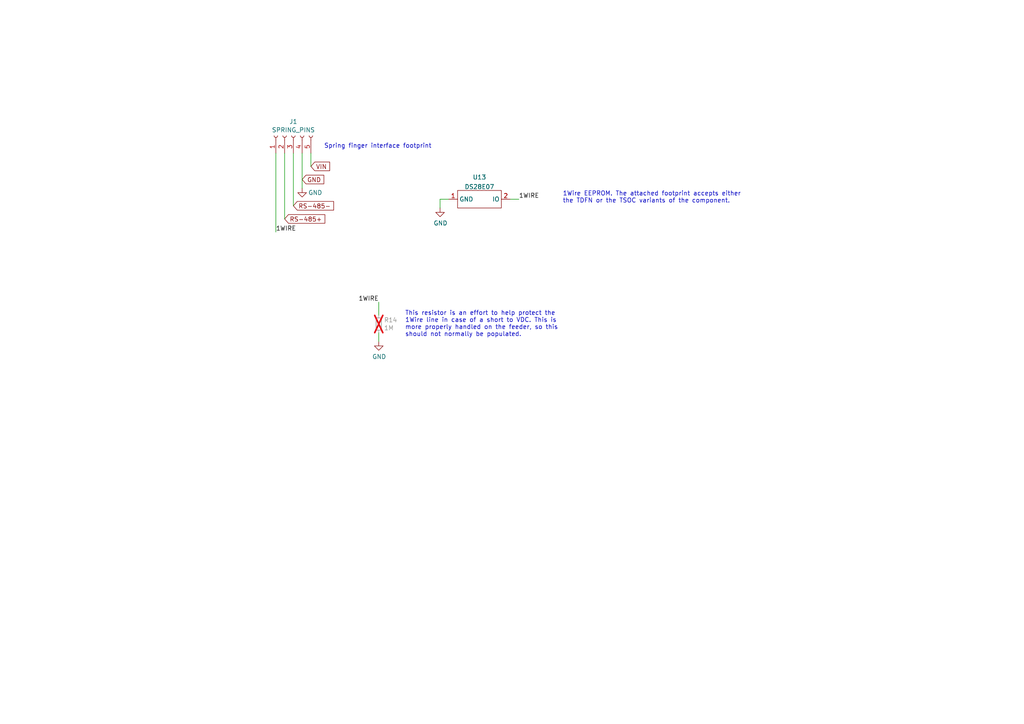
<source format=kicad_sch>
(kicad_sch (version 20230121) (generator eeschema)
  (paper "A4")
  (lib_symbols
    (symbol "Connector:Conn_01x05_Female" (pin_names (offset 1.016) hide)
      (property "Reference" "J" (at 0 7.62 0))
      (property "Value" "Conn_01x05_Female" (at 0 -7.62 0))
      (symbol "Conn_01x05_Female_1_1"
        (arc (start 0 -4.572) (mid -0.5058 -5.08) (end 0 -5.588) (stroke (width 0.1524)))
        (arc (start 0 -2.032) (mid -0.5058 -2.54) (end 0 -3.048) (stroke (width 0.1524)))
        (polyline (pts (xy -1.27 -5.08) (xy -0.508 -5.08)) (stroke (width 0.1524)))
        (polyline (pts (xy -1.27 -2.54) (xy -0.508 -2.54)) (stroke (width 0.1524)))
        (polyline (pts (xy -1.27 0) (xy -0.508 0)) (stroke (width 0.1524)))
        (polyline (pts (xy -1.27 2.54) (xy -0.508 2.54)) (stroke (width 0.1524)))
        (polyline (pts (xy -1.27 5.08) (xy -0.508 5.08)) (stroke (width 0.1524)))
        (arc (start 0 0.508) (mid -0.5058 0) (end 0 -0.508) (stroke (width 0.1524)))
        (arc (start 0 3.048) (mid -0.5058 2.54) (end 0 2.032) (stroke (width 0.1524)))
        (arc (start 0 5.588) (mid -0.5058 5.08) (end 0 4.572) (stroke (width 0.1524)))
        (pin passive line (at -5.08 5.08 0) (length 3.81) (name "Pin_1") (number "1"))
        (pin passive line (at -5.08 2.54 0) (length 3.81) (name "Pin_2") (number "2"))
        (pin passive line (at -5.08 0 0) (length 3.81) (name "Pin_3") (number "3"))
        (pin passive line (at -5.08 -2.54 0) (length 3.81) (name "Pin_4") (number "4"))
        (pin passive line (at -5.08 -5.08 0) (length 3.81) (name "Pin_5") (number "5"))
      )
    )
    (symbol "Device:R_Small" (pin_numbers hide) (pin_names (offset 0.254) hide)
      (property "Reference" "R" (at 0.762 0.508 0))
      (property "Value" "R_Small" (at 0.762 -1.016 0))
      (symbol "R_Small_0_1"
        (rectangle (start -0.762 1.778) (end 0.762 -1.778) (stroke (width 0.2032)))
      )
      (symbol "R_Small_1_1"
        (pin passive line (at 0 2.54 270) (length 0.762) (name "~") (number "1"))
        (pin passive line (at 0 -2.54 90) (length 0.762) (name "~") (number "2"))
      )
    )
    (symbol "feeder:DS28E07"
      (property "Reference" "U" (at 0 -3.81 0))
      (property "Value" "DS28E07" (at 0 -1.27 0))
      (symbol "DS28E07_0_1"
        (rectangle (start -6.35 5.08) (end 6.35 0))
      )
      (symbol "DS28E07_1_1"
        (pin unspecified line (at -8.89 2.54 0) (length 2.54) (name "GND") (number "1"))
        (pin unspecified line (at 8.89 2.54 180) (length 2.54) (name "IO") (number "2"))
      )
    )
    (symbol "power:GND" (power) (pin_names (offset 0))
      (property "Value" "GND" (at 0 -3.81 0))
      (symbol "GND_0_1"
        (polyline (pts (xy 0 0) (xy 0 -1.27) (xy 1.27 -1.27) (xy 0 -2.54) (xy -1.27 -1.27) (xy 0 -1.27)))
      )
      (symbol "GND_1_1"
        (pin power_in line (at 0 0 270) (length 0) hide (name "GND") (number "1"))
      )
    )
  )
  (wire (pts (xy 87.63 44.45) (xy 87.63 54.61)))
  (wire (pts (xy 80.01 44.45) (xy 80.01 67.31)))
  (wire (pts (xy 82.55 44.45) (xy 82.55 63.5)))
  (wire (pts (xy 109.855 96.52) (xy 109.855 99.06)))
  (wire (pts (xy 90.17 44.45) (xy 90.17 48.26)))
  (wire (pts (xy 147.955 57.785) (xy 150.495 57.785)))
  (wire (pts (xy 85.09 44.45) (xy 85.09 59.69)))
  (wire (pts (xy 127.635 57.785) (xy 130.175 57.785)))
  (wire (pts (xy 109.855 87.63) (xy 109.855 91.44)))
  (wire (pts (xy 127.635 60.325) (xy 127.635 57.785)))
  (text "This resistor is an effort to help protect the\n1Wire line in case of a short to VDC. This is\nmore properly handled on the feeder, so this\nshould not normally be populated." (at 117.475 97.79 0) (effects (font (size 1.27 1.27)) (justify left bottom)))
  (text "Spring finger interface footprint" (at 93.98 43.18 0) (effects (font (size 1.27 1.27)) (justify left bottom)))
  (text "1Wire EEPROM. The attached footprint accepts either\nthe TDFN or the TSOC variants of the component." (at 163.195 59.055 0) (effects (font (size 1.27 1.27)) (justify left bottom)))
  (label "1WIRE" (at 150.495 57.785 0))
  (label "1WIRE" (at 80.01 67.31 0))
  (label "1WIRE" (at 109.855 87.63 180))
  (global_label "RS-485+" (shape input) (at 82.55 63.5 0) (property "Intersheetrefs" "${INTERSHEET_REFS}" (effects hide)))
  (global_label "GND" (shape input) (at 87.63 52.07 0) (property "Intersheetrefs" "${INTERSHEET_REFS}" (effects hide)))
  (global_label "VIN" (shape input) (at 90.17 48.26 0) (property "Intersheetrefs" "${INTERSHEET_REFS}" (effects hide)))
  (global_label "RS-485-" (shape input) (at 85.09 59.69 0) (property "Intersheetrefs" "${INTERSHEET_REFS}" (effects hide)))
  (symbol (lib_id "Device:R_Small") (at 109.855 93.98 0) (unit 1) (dnp yes)
    (property "Reference" "R14" (at 111.3536 92.8116 0) (effects (justify left)))
    (property "Value" "1M" (at 111.3536 95.123 0) (effects (justify left)))
    (property "Footprint" "Resistor_SMD:R_0805_2012Metric" (effects hide))
    (property "JLCPCB" "C17437" (effects hide))
    (property "LCSC" "C61683" (effects hide))
    (property "Digikey" "RMCF0805JT120RCT-ND" (effects hide))
    (property "Mouser" "652-CR0805FX-1200ELF" (effects hide))
    (instances (project "blade13" (path "" (reference "R14") (unit 1)) (path "" (reference "R2") (unit 1)) (path "" (reference "R2") (unit 1)) (path "" (reference "R2") (unit 1)) (path "" (reference "R2") (unit 1)) (path "" (reference "R2") (unit 1)) (path "" (reference "R2") (unit 1)) (path "" (reference "R2") (unit 1)) (path "" (reference "R2") (unit 1)) (path "" (reference "R2") (unit 1)) (path "" (reference "R2") (unit 1)) (path "" (reference "R2") (unit 1)) (path "" (reference "R2") (unit 1))))
  )
  (symbol (lib_id "power:GND") (at 109.855 99.06 0) (unit 1)
    (property "Reference" "#PWR040" (effects hide))
    (property "Value" "GND" (at 109.982 103.4542 0))
    (instances (project "blade13" (path "" (reference "#PWR040") (unit 1)) (path "" (reference "#PWR03") (unit 1)) (path "" (reference "#PWR0103") (unit 1)) (path "" (reference "#PWR0106") (unit 1)) (path "" (reference "#PWR0109") (unit 1)) (path "" (reference "#PWR0112") (unit 1)) (path "" (reference "#PWR0115") (unit 1)) (path "" (reference "#PWR0118") (unit 1)) (path "" (reference "#PWR0121") (unit 1)) (path "" (reference "#PWR0124") (unit 1)) (path "" (reference "#PWR0127") (unit 1)) (path "" (reference "#PWR0130") (unit 1)) (path "" (reference "#PWR0133") (unit 1))))
  )
  (symbol (lib_id "feeder:DS28E07") (at 139.065 60.325 0) (unit 1)
    (property "Reference" "U13" (at 139.065 51.4055 0))
    (property "Value" "DS28E07" (at 139.065 54.1806 0))
    (property "Footprint" "index:DS28E07_MULTI" (effects hide))
    (instances (project "blade13" (path "" (reference "U13") (unit 1)) (path "" (reference "U1") (unit 1)) (path "" (reference "U1") (unit 1)) (path "" (reference "U1") (unit 1)) (path "" (reference "U1") (unit 1)) (path "" (reference "U1") (unit 1)) (path "" (reference "U1") (unit 1)) (path "" (reference "U1") (unit 1)) (path "" (reference "U1") (unit 1)) (path "" (reference "U1") (unit 1)) (path "" (reference "U1") (unit 1)) (path "" (reference "U1") (unit 1)) (path "" (reference "U1") (unit 1))))
  )
  (symbol (lib_id "power:GND") (at 87.63 54.61 0) (unit 1)
    (property "Reference" "#PWR039" (effects hide))
    (property "Value" "GND" (at 91.44 55.88 0))
    (instances (project "blade13" (path "" (reference "#PWR039") (unit 1)) (path "" (reference "#PWR04") (unit 1)) (path "" (reference "#PWR0102") (unit 1)) (path "" (reference "#PWR0105") (unit 1)) (path "" (reference "#PWR0108") (unit 1)) (path "" (reference "#PWR0111") (unit 1)) (path "" (reference "#PWR0114") (unit 1)) (path "" (reference "#PWR0117") (unit 1)) (path "" (reference "#PWR0120") (unit 1)) (path "" (reference "#PWR0123") (unit 1)) (path "" (reference "#PWR0126") (unit 1)) (path "" (reference "#PWR0129") (unit 1)) (path "" (reference "#PWR0132") (unit 1))))
  )
  (symbol (lib_id "Connector:Conn_01x05_Female") (at 85.09 39.37 90) (unit 1)
    (property "Reference" "J1" (at 85.09 35.2765 90))
    (property "Value" "SPRING_PINS" (at 85.09 37.7007 90))
    (property "Footprint" "index:AVX-915-005-541-Contact-Surface" (effects hide))
    (instances (project "blade13" (path "" (reference "J1") (unit 1)) (path "" (reference "J2") (unit 1)) (path "" (reference "J2") (unit 1)) (path "" (reference "J2") (unit 1)) (path "" (reference "J2") (unit 1)) (path "" (reference "J2") (unit 1)) (path "" (reference "J2") (unit 1)) (path "" (reference "J2") (unit 1)) (path "" (reference "J2") (unit 1)) (path "" (reference "J2") (unit 1)) (path "" (reference "J2") (unit 1)) (path "" (reference "J2") (unit 1)) (path "" (reference "J2") (unit 1))))
  )
  (symbol (lib_id "power:GND") (at 127.635 60.325 0) (unit 1)
    (property "Reference" "#PWR041" (effects hide))
    (property "Value" "GND" (at 127.762 64.7192 0))
    (instances (project "blade13" (path "" (reference "#PWR041") (unit 1)) (path "" (reference "#PWR02") (unit 1)) (path "" (reference "#PWR0101") (unit 1)) (path "" (reference "#PWR0104") (unit 1)) (path "" (reference "#PWR0107") (unit 1)) (path "" (reference "#PWR0110") (unit 1)) (path "" (reference "#PWR0113") (unit 1)) (path "" (reference "#PWR0116") (unit 1)) (path "" (reference "#PWR0119") (unit 1)) (path "" (reference "#PWR0122") (unit 1)) (path "" (reference "#PWR0125") (unit 1)) (path "" (reference "#PWR0128") (unit 1)) (path "" (reference "#PWR0131") (unit 1))))
  )
)
</source>
